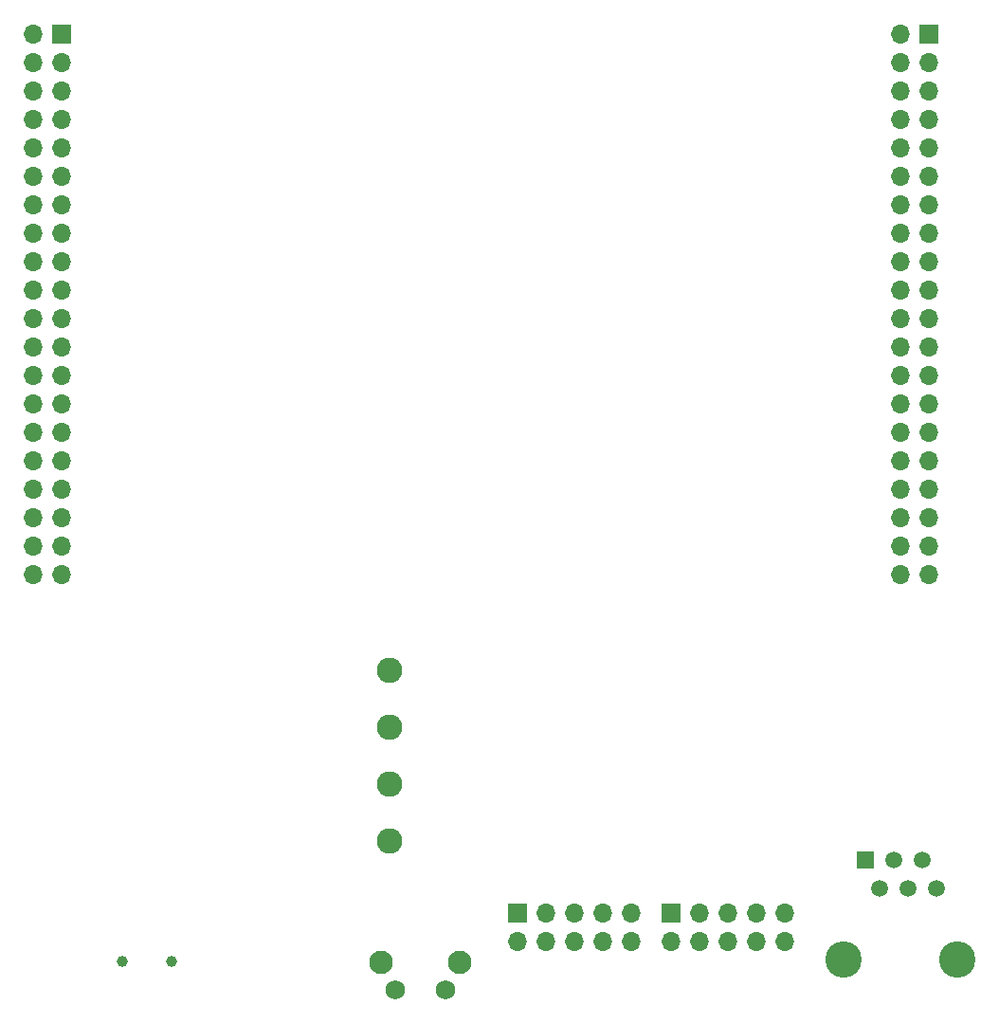
<source format=gbs>
%TF.GenerationSoftware,KiCad,Pcbnew,6.0.8+dfsg-1~bpo11+1*%
%TF.CreationDate,2022-11-16T21:16:40+01:00*%
%TF.ProjectId,CpuCubeV2-00,43707543-7562-4655-9632-2d30302e6b69,rev?*%
%TF.SameCoordinates,Original*%
%TF.FileFunction,Soldermask,Bot*%
%TF.FilePolarity,Negative*%
%FSLAX46Y46*%
G04 Gerber Fmt 4.6, Leading zero omitted, Abs format (unit mm)*
G04 Created by KiCad (PCBNEW 6.0.8+dfsg-1~bpo11+1) date 2022-11-16 21:16:40*
%MOMM*%
%LPD*%
G01*
G04 APERTURE LIST*
%ADD10C,1.000000*%
%ADD11R,1.700000X1.700000*%
%ADD12O,1.700000X1.700000*%
%ADD13C,2.286000*%
%ADD14C,3.250000*%
%ADD15R,1.520000X1.520000*%
%ADD16C,1.520000*%
%ADD17C,2.100000*%
%ADD18C,1.750000*%
G04 APERTURE END LIST*
D10*
%TO.C,J103*%
X116545000Y-136271000D03*
X120945000Y-136271000D03*
%TD*%
D11*
%TO.C,J101*%
X111125000Y-53467000D03*
D12*
X108585000Y-53467000D03*
X111125000Y-56007000D03*
X108585000Y-56007000D03*
X111125000Y-58547000D03*
X108585000Y-58547000D03*
X111125000Y-61087000D03*
X108585000Y-61087000D03*
X111125000Y-63627000D03*
X108585000Y-63627000D03*
X111125000Y-66167000D03*
X108585000Y-66167000D03*
X111125000Y-68707000D03*
X108585000Y-68707000D03*
X111125000Y-71247000D03*
X108585000Y-71247000D03*
X111125000Y-73787000D03*
X108585000Y-73787000D03*
X111125000Y-76327000D03*
X108585000Y-76327000D03*
X111125000Y-78867000D03*
X108585000Y-78867000D03*
X111125000Y-81407000D03*
X108585000Y-81407000D03*
X111125000Y-83947000D03*
X108585000Y-83947000D03*
X111125000Y-86487000D03*
X108585000Y-86487000D03*
X111125000Y-89027000D03*
X108585000Y-89027000D03*
X111125000Y-91567000D03*
X108585000Y-91567000D03*
X111125000Y-94107000D03*
X108585000Y-94107000D03*
X111125000Y-96647000D03*
X108585000Y-96647000D03*
X111125000Y-99187000D03*
X108585000Y-99187000D03*
X111125000Y-101727000D03*
X108585000Y-101727000D03*
%TD*%
D13*
%TO.C,C302*%
X140428500Y-115348000D03*
X140428500Y-110268000D03*
%TD*%
D14*
%TO.C,J104*%
X180975000Y-136121000D03*
X191135000Y-136121000D03*
D15*
X182885000Y-127231000D03*
D16*
X184155000Y-129771000D03*
X185425000Y-127231000D03*
X186695000Y-129771000D03*
X187965000Y-127231000D03*
X189235000Y-129771000D03*
%TD*%
D11*
%TO.C,J301*%
X165588000Y-131916000D03*
D12*
X165588000Y-134456000D03*
X168128000Y-131916000D03*
X168128000Y-134456000D03*
X170668000Y-131916000D03*
X170668000Y-134456000D03*
X173208000Y-131916000D03*
X173208000Y-134456000D03*
X175748000Y-131916000D03*
X175748000Y-134456000D03*
%TD*%
D11*
%TO.C,J302*%
X151872000Y-131916000D03*
D12*
X151872000Y-134456000D03*
X154412000Y-131916000D03*
X154412000Y-134456000D03*
X156952000Y-131916000D03*
X156952000Y-134456000D03*
X159492000Y-131916000D03*
X159492000Y-134456000D03*
X162032000Y-131916000D03*
X162032000Y-134456000D03*
%TD*%
D17*
%TO.C,SW101*%
X146665000Y-136321000D03*
X139655000Y-136321000D03*
D18*
X145415000Y-138811000D03*
X140915000Y-138811000D03*
%TD*%
D11*
%TO.C,J102*%
X188595000Y-53467000D03*
D12*
X186055000Y-53467000D03*
X188595000Y-56007000D03*
X186055000Y-56007000D03*
X188595000Y-58547000D03*
X186055000Y-58547000D03*
X188595000Y-61087000D03*
X186055000Y-61087000D03*
X188595000Y-63627000D03*
X186055000Y-63627000D03*
X188595000Y-66167000D03*
X186055000Y-66167000D03*
X188595000Y-68707000D03*
X186055000Y-68707000D03*
X188595000Y-71247000D03*
X186055000Y-71247000D03*
X188595000Y-73787000D03*
X186055000Y-73787000D03*
X188595000Y-76327000D03*
X186055000Y-76327000D03*
X188595000Y-78867000D03*
X186055000Y-78867000D03*
X188595000Y-81407000D03*
X186055000Y-81407000D03*
X188595000Y-83947000D03*
X186055000Y-83947000D03*
X188595000Y-86487000D03*
X186055000Y-86487000D03*
X188595000Y-89027000D03*
X186055000Y-89027000D03*
X188595000Y-91567000D03*
X186055000Y-91567000D03*
X188595000Y-94107000D03*
X186055000Y-94107000D03*
X188595000Y-96647000D03*
X186055000Y-96647000D03*
X188595000Y-99187000D03*
X186055000Y-99187000D03*
X188595000Y-101727000D03*
X186055000Y-101727000D03*
%TD*%
D13*
%TO.C,C301*%
X140428500Y-125508000D03*
X140428500Y-120428000D03*
%TD*%
M02*

</source>
